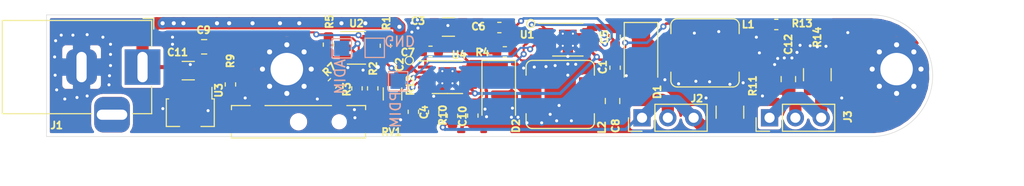
<source format=kicad_pcb>
(kicad_pcb (version 20171130) (host pcbnew 5.1.6-c6e7f7d~87~ubuntu18.04.1)
  (layers (0 F.Cu signal) (31 B.Cu signal) (34 B.Paste user) (35 F.Paste user) (36 B.SilkS user) (37 F.SilkS user) (38 B.Mask user) (39 F.Mask user) (44 Edge.Cuts user))
  (net 0 "")
  (net 1 GND)
  (net 2 "Net-(C5-Pad2)")
  (net 3 "Net-(C5-Pad1)")
  (net 4 "Net-(C6-Pad1)")
  (net 5 "Net-(R4-Pad1)")
  (net 6 /ADIM)
  (net 7 /VIN)
  (net 8 "Net-(C7-Pad2)")
  (net 9 "Net-(C7-Pad1)")
  (net 10 "Net-(C8-Pad1)")
  (net 11 "Net-(C9-Pad1)")
  (net 12 "Net-(C10-Pad1)")
  (net 13 "Net-(C12-Pad1)")
  (net 14 /PDIM)
  (net 15 "Net-(R5-Pad2)")
  (net 16 "Net-(R9-Pad2)")
  (net 17 "Net-(R10-Pad2)")
  (net 18 "Net-(R12-Pad1)")
  (net 19 "Net-(R13-Pad2)")
  (net 20 /UVLO)
  (net 21 "Net-(J2-Pad1)")
  (net 22 "Net-(J3-Pad1)")
  (module TestPoint:TestPoint_Pad_1.5x1.5mm (layer B.Cu) (at 150.3 110.25)
    (fp_text reference TP3 hide)
    (fp_text value TestPoint)
    (pad 1 smd rect (at 0 0) (size 1.5 1.5) (layers B.Cu B.Mask) (net 1 GND))
  )
  (module TestPoint:TestPoint_Pad_1.5x1.5mm (layer B.Cu) (at 147.05 110.3)
    (fp_text reference TP2 hide)
    (fp_text value TestPoint)
    (pad 1 smd rect (at 0 0) (size 1.5 1.5) (layers B.Cu B.Mask) (net 6 /ADIM))
  )
  (module TestPoint:TestPoint_Pad_1.5x1.5mm (layer B.Cu) (at 152.6 113.55)
    (fp_text reference TP1 hide)
    (fp_text value TestPoint)
    (pad 1 smd rect (at 0 0) (size 1.5 1.5) (layers B.Cu B.Mask) (net 14 /PDIM))
  )
  (module Resistor_SMD:R_0603_1608Metric (layer F.Cu) (at 136.1 113.8625 270)
    (fp_text reference R9 (at -2.3125 0 90) (layer F.SilkS) (effects (font (size 0.7 0.7) (thickness 0.2))))
    (fp_text value 17.8k)
    (pad 2 smd roundrect (at 0.7875 0 270) (size 0.875 0.95) (layers F.Cu F.Paste F.Mask) (net 16 "Net-(R9-Pad2)"))
    (pad 1 smd roundrect (at -0.7875 0 270) (size 0.875 0.95) (layers F.Cu F.Paste F.Mask) (net 11 "Net-(C9-Pad1)"))
  )
  (module MountingHole:MountingHole_3.2mm_M3_Pad_Via (layer F.Cu) (at 141.65 112.35)
    (fp_text reference H2 hide)
    (fp_text value MountingHole_Pad)
    (pad 1 thru_hole circle (at 1.697056 -1.697056) (size 0.8 0.8) (drill 0.5) (layers *.Cu *.Mask) (net 1 GND))
    (pad 1 thru_hole circle (at 0 -2.4) (size 0.8 0.8) (drill 0.5) (layers *.Cu *.Mask) (net 1 GND))
    (pad 1 thru_hole circle (at -1.697056 -1.697056) (size 0.8 0.8) (drill 0.5) (layers *.Cu *.Mask) (net 1 GND))
    (pad 1 thru_hole circle (at -2.4 0) (size 0.8 0.8) (drill 0.5) (layers *.Cu *.Mask) (net 1 GND))
    (pad 1 thru_hole circle (at -1.697056 1.697056) (size 0.8 0.8) (drill 0.5) (layers *.Cu *.Mask) (net 1 GND))
    (pad 1 thru_hole circle (at 0 2.4) (size 0.8 0.8) (drill 0.5) (layers *.Cu *.Mask) (net 1 GND))
    (pad 1 thru_hole circle (at 1.697056 1.697056) (size 0.8 0.8) (drill 0.5) (layers *.Cu *.Mask) (net 1 GND))
    (pad 1 thru_hole circle (at 2.4 0) (size 0.8 0.8) (drill 0.5) (layers *.Cu *.Mask) (net 1 GND))
    (pad 1 thru_hole circle (at 0 0) (size 6.4 6.4) (drill 3.2) (layers *.Cu *.Mask) (net 1 GND))
  )
  (module Capacitor_SMD:C_0805_2012Metric (layer F.Cu) (at 191 113.3375 90)
    (fp_text reference C12 (at 3.4375 0 270) (layer F.SilkS) (effects (font (size 0.7 0.7) (thickness 0.2))))
    (fp_text value 10u)
    (pad 2 smd roundrect (at 0.9375 0 90) (size 0.975 1.4) (layers F.Cu F.Paste F.Mask) (net 1 GND))
    (pad 1 smd roundrect (at -0.9375 0 90) (size 0.975 1.4) (layers F.Cu F.Paste F.Mask) (net 13 "Net-(C12-Pad1)"))
  )
  (module MountingHole:MountingHole_3.2mm_M3_Pad_Via (layer F.Cu) (at 201.65 112.35)
    (fp_text reference H1 hide)
    (fp_text value MountingHole_Pad)
    (pad 1 thru_hole circle (at 1.697056 -1.697056) (size 0.8 0.8) (drill 0.5) (layers *.Cu *.Mask) (net 1 GND))
    (pad 1 thru_hole circle (at 0 -2.4) (size 0.8 0.8) (drill 0.5) (layers *.Cu *.Mask) (net 1 GND))
    (pad 1 thru_hole circle (at -1.697056 -1.697056) (size 0.8 0.8) (drill 0.5) (layers *.Cu *.Mask) (net 1 GND))
    (pad 1 thru_hole circle (at -2.4 0) (size 0.8 0.8) (drill 0.5) (layers *.Cu *.Mask) (net 1 GND))
    (pad 1 thru_hole circle (at -1.697056 1.697056) (size 0.8 0.8) (drill 0.5) (layers *.Cu *.Mask) (net 1 GND))
    (pad 1 thru_hole circle (at 0 2.4) (size 0.8 0.8) (drill 0.5) (layers *.Cu *.Mask) (net 1 GND))
    (pad 1 thru_hole circle (at 1.697056 1.697056) (size 0.8 0.8) (drill 0.5) (layers *.Cu *.Mask) (net 1 GND))
    (pad 1 thru_hole circle (at 2.4 0) (size 0.8 0.8) (drill 0.5) (layers *.Cu *.Mask) (net 1 GND))
    (pad 1 thru_hole circle (at 0 0) (size 6.4 6.4) (drill 3.2) (layers *.Cu *.Mask) (net 1 GND))
  )
  (module Resistor_SMD:R_0603_1608Metric (layer F.Cu) (at 157.95 116.9625 90)
    (fp_text reference R10 (at 0.0625 -0.95 90) (layer F.SilkS) (effects (font (size 0.7 0.7) (thickness 0.2))))
    (fp_text value 1k)
    (pad 2 smd roundrect (at 0.7875 0 90) (size 0.875 0.95) (layers F.Cu F.Paste F.Mask) (net 17 "Net-(R10-Pad2)"))
    (pad 1 smd roundrect (at -0.7875 0 90) (size 0.875 0.95) (layers F.Cu F.Paste F.Mask) (net 21 "Net-(J2-Pad1)"))
  )
  (module Package_SO:MSOP-10-1EP_3x3mm_P0.5mm_EP1.73x1.98mm_ThermalVias (layer F.Cu) (at 157.45 113.15)
    (fp_text reference U4 (at 1.15 -2.2) (layer F.SilkS) (effects (font (size 0.7 0.7) (thickness 0.2))))
    (fp_text value TPS92512)
    (pad 11 smd rect (at 0 0) (size 1.5 1.7) (layers B.Cu) (net 1 GND))
    (pad 11 thru_hole circle (at 0.5 0.6) (size 0.5 0.5) (drill 0.2) (layers *.Cu) (net 1 GND))
    (pad 11 thru_hole circle (at -0.5 0.6) (size 0.5 0.5) (drill 0.2) (layers *.Cu) (net 1 GND))
    (pad 11 thru_hole circle (at 0.5 -0.6) (size 0.5 0.5) (drill 0.2) (layers *.Cu) (net 1 GND))
    (pad 11 thru_hole circle (at -0.5 -0.6) (size 0.5 0.5) (drill 0.2) (layers *.Cu) (net 1 GND))
    (pad 11 smd rect (at 0 0) (size 1.73 1.98) (layers F.Cu F.Mask) (net 1 GND))
    (pad 10 smd roundrect (at 2.1625 -1) (size 1.475 0.3) (layers F.Cu F.Paste F.Mask) (net 9 "Net-(C7-Pad1)"))
    (pad 9 smd roundrect (at 2.1625 -0.5) (size 1.475 0.3) (layers F.Cu F.Paste F.Mask) (net 1 GND))
    (pad 8 smd roundrect (at 2.1625 0) (size 1.475 0.3) (layers F.Cu F.Paste F.Mask) (net 12 "Net-(C10-Pad1)"))
    (pad 7 smd roundrect (at 2.1625 0.5) (size 1.475 0.3) (layers F.Cu F.Paste F.Mask) (net 17 "Net-(R10-Pad2)"))
    (pad 6 smd roundrect (at 2.1625 1) (size 1.475 0.3) (layers F.Cu F.Paste F.Mask) (net 6 /ADIM))
    (pad 5 smd roundrect (at -2.1625 1) (size 1.475 0.3) (layers F.Cu F.Paste F.Mask) (net 18 "Net-(R12-Pad1)"))
    (pad 4 smd roundrect (at -2.1625 0.5) (size 1.475 0.3) (layers F.Cu F.Paste F.Mask) (net 14 /PDIM))
    (pad 3 smd roundrect (at -2.1625 0) (size 1.475 0.3) (layers F.Cu F.Paste F.Mask) (net 20 /UVLO))
    (pad 2 smd roundrect (at -2.1625 -0.5) (size 1.475 0.3) (layers F.Cu F.Paste F.Mask) (net 7 /VIN))
    (pad 1 smd roundrect (at -2.1625 -1) (size 1.475 0.3) (layers F.Cu F.Paste F.Mask) (net 8 "Net-(C7-Pad2)"))
  )
  (module Package_TO_SOT_SMD:SOT-89-3 (layer F.Cu) (at 132.15 116.35 270)
    (fp_text reference U3 (at -1.9 -2.8 90) (layer F.SilkS) (effects (font (size 0.7 0.7) (thickness 0.2))))
    (fp_text value L78L05_SOT89)
    (pad 2 smd custom (at -1.5625 0 270) (size 1.475 0.9) (layers F.Cu F.Paste F.Mask) (net 1 GND) (options (clearance outline) (anchor rect)) (primitives (gr_poly (pts (xy 0.7375 -0.8665) (xy 3.8625 -0.8665) (xy 3.8625 0.8665) (xy 0.7375 0.8665)) (width 0))))
    (pad 3 smd rect (at -1.65 1.5 270) (size 1.3 0.9) (layers F.Cu F.Paste F.Mask) (net 7 /VIN))
    (pad 1 smd rect (at -1.65 -1.5 270) (size 1.3 0.9) (layers F.Cu F.Paste F.Mask) (net 11 "Net-(C9-Pad1)"))
  )
  (module Package_TO_SOT_SMD:SOT-23-5 (layer F.Cu) (at 148.5 110.25)
    (fp_text reference U2 (at 0 -2.4) (layer F.SilkS) (effects (font (size 0.7 0.7) (thickness 0.2))))
    (fp_text value LMV331)
    (pad 1 smd rect (at -1.1 -0.95) (size 1.06 0.65) (layers F.Cu F.Paste F.Mask) (net 6 /ADIM))
    (pad 2 smd rect (at -1.1 0) (size 1.06 0.65) (layers F.Cu F.Paste F.Mask) (net 1 GND))
    (pad 3 smd rect (at -1.1 0.95) (size 1.06 0.65) (layers F.Cu F.Paste F.Mask) (net 15 "Net-(R5-Pad2)"))
    (pad 4 smd rect (at 1.1 0.95) (size 1.06 0.65) (layers F.Cu F.Paste F.Mask) (net 14 /PDIM))
    (pad 5 smd rect (at 1.1 -0.95) (size 1.06 0.65) (layers F.Cu F.Paste F.Mask) (net 11 "Net-(C9-Pad1)"))
  )
  (module Resistor_SMD:R_1210_3225Metric (layer F.Cu) (at 193.85 112.9 270)
    (fp_text reference R14 (at -3.7 0 90) (layer F.SilkS) (effects (font (size 0.7 0.7) (thickness 0.2))))
    (fp_text value 0.27R)
    (pad 2 smd roundrect (at 1.4 0 270) (size 1.25 2.65) (layers F.Cu F.Paste F.Mask) (roundrect_rratio 0.2) (net 22 "Net-(J3-Pad1)"))
    (pad 1 smd roundrect (at -1.4 0 270) (size 1.25 2.65) (layers F.Cu F.Paste F.Mask) (roundrect_rratio 0.2) (net 1 GND))
  )
  (module Resistor_SMD:R_0603_1608Metric (layer F.Cu) (at 189.8125 107.95 180)
    (fp_text reference R13 (at -2.5375 0.1) (layer F.SilkS) (effects (font (size 0.7 0.7) (thickness 0.2))))
    (fp_text value 1k)
    (pad 2 smd roundrect (at 0.7875 0 180) (size 0.875 0.95) (layers F.Cu F.Paste F.Mask) (net 19 "Net-(R13-Pad2)"))
    (pad 1 smd roundrect (at -0.7875 0 180) (size 0.875 0.95) (layers F.Cu F.Paste F.Mask) (net 22 "Net-(J3-Pad1)"))
  )
  (module Resistor_SMD:R_0603_1608Metric (layer F.Cu) (at 154.1 116.5625 270)
    (fp_text reference R12 (at -2.6125 0.3 90) (layer F.SilkS) (effects (font (size 0.7 0.7) (thickness 0.2))))
    (fp_text value 200k)
    (pad 2 smd roundrect (at 0.7875 0 270) (size 0.875 0.95) (layers F.Cu F.Paste F.Mask) (net 1 GND))
    (pad 1 smd roundrect (at -0.7875 0 270) (size 0.875 0.95) (layers F.Cu F.Paste F.Mask) (net 18 "Net-(R12-Pad1)"))
  )
  (module Resistor_SMD:R_1210_3225Metric (layer F.Cu) (at 185.25 116.6 270)
    (fp_text reference R11 (at -2.6 -2.25 90) (layer F.SilkS) (effects (font (size 0.7 0.7) (thickness 0.2))))
    (fp_text value 0.27R)
    (pad 2 smd roundrect (at 1.4 0 270) (size 1.25 2.65) (layers F.Cu F.Paste F.Mask) (roundrect_rratio 0.2) (net 21 "Net-(J2-Pad1)"))
    (pad 1 smd roundrect (at -1.4 0 270) (size 1.25 2.65) (layers F.Cu F.Paste F.Mask) (roundrect_rratio 0.2) (net 1 GND))
  )
  (module Resistor_SMD:R_0603_1608Metric (layer F.Cu) (at 146.2 113.75 225)
    (fp_text reference R7 (at -0.707107 1.202082 45) (layer F.SilkS) (effects (font (size 0.7 0.7) (thickness 0.2))))
    (fp_text value 4.02k)
    (pad 2 smd roundrect (at 0.7875 0 225) (size 0.875 0.95) (layers F.Cu F.Paste F.Mask) (net 1 GND))
    (pad 1 smd roundrect (at -0.7875 0 225) (size 0.875 0.95) (layers F.Cu F.Paste F.Mask) (net 15 "Net-(R5-Pad2)"))
  )
  (module Resistor_SMD:R_0603_1608Metric (layer F.Cu) (at 145.75 109.9375 270)
    (fp_text reference R5 (at -2.2625 -0.1 90) (layer F.SilkS) (effects (font (size 0.7 0.7) (thickness 0.2))))
    (fp_text value 182k)
    (pad 2 smd roundrect (at 0.7875 0 270) (size 0.875 0.95) (layers F.Cu F.Paste F.Mask) (net 15 "Net-(R5-Pad2)"))
    (pad 1 smd roundrect (at -0.7875 0 270) (size 0.875 0.95) (layers F.Cu F.Paste F.Mask) (net 11 "Net-(C9-Pad1)"))
  )
  (module Resistor_SMD:R_0603_1608Metric (layer F.Cu) (at 151.35 110.05 90)
    (fp_text reference R1 (at 2.2625 0.1 90) (layer F.SilkS) (effects (font (size 0.7 0.7) (thickness 0.2))))
    (fp_text value 182k)
    (pad 2 smd roundrect (at 0.7875 0 90) (size 0.875 0.95) (layers F.Cu F.Paste F.Mask) (net 11 "Net-(C9-Pad1)"))
    (pad 1 smd roundrect (at -0.7875 0 90) (size 0.875 0.95) (layers F.Cu F.Paste F.Mask) (net 14 /PDIM))
  )
  (module Inductor_SMD:L_Sumida_CDMC6D28_7.25x6.5mm (layer F.Cu) (at 168.55 114.85 180)
    (fp_text reference L2 (at -4.1 -3.25 90) (layer F.SilkS) (effects (font (size 0.7 0.7) (thickness 0.2))))
    (fp_text value L)
    (pad 2 smd rect (at 2.85 0 180) (size 2 3.4) (layers F.Cu F.Paste F.Mask) (net 9 "Net-(C7-Pad1)"))
    (pad 1 smd rect (at -2.85 0 180) (size 2 3.4) (layers F.Cu F.Paste F.Mask) (net 10 "Net-(C8-Pad1)"))
  )
  (module Connector_PinHeader_2.54mm:PinHeader_1x03_P2.54mm_Vertical (layer F.Cu) (at 189.15 117.15 90)
    (fp_text reference J3 (at 0.1 7.7 90) (layer F.SilkS) (effects (font (size 0.7 0.7) (thickness 0.2))))
    (fp_text value Conn_01x03_Male)
    (pad 3 thru_hole oval (at 0 5.08 90) (size 1.7 1.7) (drill 1) (layers *.Cu *.Mask) (net 22 "Net-(J3-Pad1)"))
    (pad 2 thru_hole oval (at 0 2.54 90) (size 1.7 1.7) (drill 1) (layers *.Cu *.Mask) (net 13 "Net-(C12-Pad1)"))
    (pad 1 thru_hole rect (at 0 0 90) (size 1.7 1.7) (drill 1) (layers *.Cu *.Mask) (net 22 "Net-(J3-Pad1)"))
  )
  (module Connector_PinHeader_2.54mm:PinHeader_1x03_P2.54mm_Vertical (layer F.Cu) (at 176.6 117.15 90)
    (fp_text reference J2 (at 1.9 5.4 180) (layer F.SilkS) (effects (font (size 0.7 0.7) (thickness 0.2))))
    (fp_text value Conn_01x03_Male)
    (pad 3 thru_hole oval (at 0 5.08 90) (size 1.7 1.7) (drill 1) (layers *.Cu *.Mask) (net 21 "Net-(J2-Pad1)"))
    (pad 2 thru_hole oval (at 0 2.54 90) (size 1.7 1.7) (drill 1) (layers *.Cu *.Mask) (net 10 "Net-(C8-Pad1)"))
    (pad 1 thru_hole rect (at 0 0 90) (size 1.7 1.7) (drill 1) (layers *.Cu *.Mask) (net 21 "Net-(J2-Pad1)"))
  )
  (module Diode_SMD:D_SMA (layer F.Cu) (at 162.5 114.9 270)
    (fp_text reference D2 (at 3.05 -1.7 90) (layer F.SilkS) (effects (font (size 0.7 0.7) (thickness 0.2))))
    (fp_text value D)
    (pad 2 smd rect (at 2 0 270) (size 2.5 1.8) (layers F.Cu F.Paste F.Mask) (net 1 GND))
    (pad 1 smd rect (at -2 0 270) (size 2.5 1.8) (layers F.Cu F.Paste F.Mask) (net 9 "Net-(C7-Pad1)"))
  )
  (module Capacitor_SMD:C_1206_3216Metric (layer F.Cu) (at 131.95 112.5)
    (fp_text reference C11 (at -1.05 -1.8) (layer F.SilkS) (effects (font (size 0.7 0.7) (thickness 0.2))))
    (fp_text value 22u)
    (pad 2 smd roundrect (at 1.4 0) (size 1.25 1.75) (layers F.Cu F.Paste F.Mask) (roundrect_rratio 0.2) (net 1 GND))
    (pad 1 smd roundrect (at -1.4 0) (size 1.25 1.75) (layers F.Cu F.Paste F.Mask) (roundrect_rratio 0.2) (net 7 /VIN))
  )
  (module Capacitor_SMD:C_0603_1608Metric (layer F.Cu) (at 159.95 116.9375 270)
    (fp_text reference C10 (at 0.0625 1 90) (layer F.SilkS) (effects (font (size 0.7 0.7) (thickness 0.2))))
    (fp_text value 100n)
    (pad 2 smd roundrect (at 0.7875 0 270) (size 0.875 0.95) (layers F.Cu F.Paste F.Mask) (net 1 GND))
    (pad 1 smd roundrect (at -0.7875 0 270) (size 0.875 0.95) (layers F.Cu F.Paste F.Mask) (net 12 "Net-(C10-Pad1)"))
  )
  (module Capacitor_SMD:C_0805_2012Metric (layer F.Cu) (at 133.5125 110.15 180)
    (fp_text reference C9 (at 0.0625 1.65) (layer F.SilkS) (effects (font (size 0.7 0.7) (thickness 0.2))))
    (fp_text value 10u)
    (pad 2 smd roundrect (at 0.9375 0 180) (size 0.975 1.4) (layers F.Cu F.Paste F.Mask) (net 1 GND))
    (pad 1 smd roundrect (at -0.9375 0 180) (size 0.975 1.4) (layers F.Cu F.Paste F.Mask) (net 11 "Net-(C9-Pad1)"))
  )
  (module Capacitor_SMD:C_0805_2012Metric (layer F.Cu) (at 173.7 115.5 90)
    (fp_text reference C8 (at -2.45 0.3 90) (layer F.SilkS) (effects (font (size 0.7 0.7) (thickness 0.2))))
    (fp_text value 10u)
    (pad 2 smd roundrect (at 0.9375 0 90) (size 0.975 1.4) (layers F.Cu F.Paste F.Mask) (net 1 GND))
    (pad 1 smd roundrect (at -0.9375 0 90) (size 0.975 1.4) (layers F.Cu F.Paste F.Mask) (net 10 "Net-(C8-Pad1)"))
  )
  (module Capacitor_SMD:C_0603_1608Metric (layer F.Cu) (at 155.7875 110.6 180)
    (fp_text reference C7 (at 2.2375 -0.1) (layer F.SilkS) (effects (font (size 0.7 0.7) (thickness 0.2))))
    (fp_text value 100n)
    (pad 2 smd roundrect (at 0.7875 0 180) (size 0.875 0.95) (layers F.Cu F.Paste F.Mask) (net 8 "Net-(C7-Pad2)"))
    (pad 1 smd roundrect (at -0.7875 0 180) (size 0.875 0.95) (layers F.Cu F.Paste F.Mask) (net 9 "Net-(C7-Pad1)"))
  )
  (module Capacitor_SMD:C_0603_1608Metric (layer F.Cu) (at 173.95 112.2125 270)
    (fp_text reference C1 (at -0.0625 1.2 90) (layer F.SilkS) (effects (font (size 0.7 0.7) (thickness 0.2))))
    (fp_text value 10n)
    (pad 2 smd roundrect (at 0.7875 0 270) (size 0.875 0.95) (layers F.Cu F.Paste F.Mask) (net 1 GND))
    (pad 1 smd roundrect (at -0.7875 0 270) (size 0.875 0.95) (layers F.Cu F.Paste F.Mask) (net 6 /ADIM))
  )
  (module Package_SO:MSOP-10-1EP_3x3mm_P0.5mm_EP1.73x1.98mm_ThermalVias (layer F.Cu) (at 169.3 109.45)
    (fp_text reference U1 (at -4 -0.5) (layer F.SilkS) (effects (font (size 0.7 0.7) (thickness 0.2))))
    (fp_text value TPS92512)
    (pad 11 smd rect (at 0 0) (size 1.5 1.7) (layers B.Cu) (net 1 GND))
    (pad 11 thru_hole circle (at 0.5 0.6) (size 0.5 0.5) (drill 0.2) (layers *.Cu) (net 1 GND))
    (pad 11 thru_hole circle (at -0.5 0.6) (size 0.5 0.5) (drill 0.2) (layers *.Cu) (net 1 GND))
    (pad 11 thru_hole circle (at 0.5 -0.6) (size 0.5 0.5) (drill 0.2) (layers *.Cu) (net 1 GND))
    (pad 11 thru_hole circle (at -0.5 -0.6) (size 0.5 0.5) (drill 0.2) (layers *.Cu) (net 1 GND))
    (pad 11 smd rect (at 0 0) (size 1.73 1.98) (layers F.Cu F.Mask) (net 1 GND))
    (pad 10 smd roundrect (at 2.1625 -1) (size 1.475 0.3) (layers F.Cu F.Paste F.Mask) (net 3 "Net-(C5-Pad1)"))
    (pad 9 smd roundrect (at 2.1625 -0.5) (size 1.475 0.3) (layers F.Cu F.Paste F.Mask) (net 1 GND))
    (pad 8 smd roundrect (at 2.1625 0) (size 1.475 0.3) (layers F.Cu F.Paste F.Mask) (net 4 "Net-(C6-Pad1)"))
    (pad 7 smd roundrect (at 2.1625 0.5) (size 1.475 0.3) (layers F.Cu F.Paste F.Mask) (net 19 "Net-(R13-Pad2)"))
    (pad 6 smd roundrect (at 2.1625 1) (size 1.475 0.3) (layers F.Cu F.Paste F.Mask) (net 6 /ADIM))
    (pad 5 smd roundrect (at -2.1625 1) (size 1.475 0.3) (layers F.Cu F.Paste F.Mask) (net 5 "Net-(R4-Pad1)"))
    (pad 4 smd roundrect (at -2.1625 0.5) (size 1.475 0.3) (layers F.Cu F.Paste F.Mask) (net 14 /PDIM))
    (pad 3 smd roundrect (at -2.1625 0) (size 1.475 0.3) (layers F.Cu F.Paste F.Mask) (net 20 /UVLO))
    (pad 2 smd roundrect (at -2.1625 -0.5) (size 1.475 0.3) (layers F.Cu F.Paste F.Mask) (net 7 /VIN))
    (pad 1 smd roundrect (at -2.1625 -1) (size 1.475 0.3) (layers F.Cu F.Paste F.Mask) (net 2 "Net-(C5-Pad2)"))
  )
  (module corelib:ALPS-RS08U (layer F.Cu) (at 142.8 117.55 180)
    (fp_text reference RV1 (at -9.15 -1) (layer F.SilkS) (effects (font (size 0.7 0.7) (thickness 0.2))))
    (fp_text value R_POT)
    (pad "" smd roundrect (at 4 1.95 180) (size 1.1 1.1) (layers F.Cu F.Paste F.Mask))
    (pad "" smd roundrect (at -4 1.95 180) (size 1.1 1.1) (layers F.Cu F.Paste F.Mask))
    (pad "" smd roundrect (at 7.1 -0.6 180) (size 1.6 0.9) (layers F.Cu F.Paste F.Mask))
    (pad 3 smd roundrect (at 7.1 0.6 180) (size 1.6 0.9) (layers F.Cu F.Paste F.Mask) (net 16 "Net-(R9-Pad2)"))
    (pad 2 smd roundrect (at -7.1 -0.6 180) (size 1.6 0.9) (layers F.Cu F.Paste F.Mask) (net 6 /ADIM))
    (pad 1 smd roundrect (at -7.1 0.6 180) (size 1.6 0.9) (layers F.Cu F.Paste F.Mask) (net 1 GND))
    (pad "" np_thru_hole circle (at -4 0 180) (size 0.9 0.9) (drill 0.9) (layers *.Cu *.Mask))
    (pad "" np_thru_hole circle (at 0 0 180) (size 1.1 1.1) (drill 1.1) (layers *.Cu *.Mask))
  )
  (module Resistor_SMD:R_0603_1608Metric (layer F.Cu) (at 163.1 110.65 180)
    (fp_text reference R4 (at 2.2 -0.05) (layer F.SilkS) (effects (font (size 0.7 0.7) (thickness 0.2))))
    (fp_text value 200k)
    (pad 2 smd roundrect (at 0.7875 0 180) (size 0.875 0.95) (layers F.Cu F.Paste F.Mask) (net 1 GND))
    (pad 1 smd roundrect (at -0.7875 0 180) (size 0.875 0.95) (layers F.Cu F.Paste F.Mask) (net 5 "Net-(R4-Pad1)"))
  )
  (module Resistor_SMD:R_0603_1608Metric (layer F.Cu) (at 148.55 114.25 90)
    (fp_text reference R3 (at -0.1 -1 90) (layer F.SilkS) (effects (font (size 0.7 0.7) (thickness 0.2))))
    (fp_text value 21k)
    (pad 2 smd roundrect (at 0.7875 0 90) (size 0.875 0.95) (layers F.Cu F.Paste F.Mask) (net 1 GND))
    (pad 1 smd roundrect (at -0.7875 0 90) (size 0.875 0.95) (layers F.Cu F.Paste F.Mask) (net 20 /UVLO))
  )
  (module Resistor_SMD:R_0603_1608Metric (layer F.Cu) (at 150.1 114.25 270)
    (fp_text reference R2 (at -1.95 -0.05 90) (layer F.SilkS) (effects (font (size 0.7 0.7) (thickness 0.2))))
    (fp_text value 182k)
    (pad 2 smd roundrect (at 0.7875 0 270) (size 0.875 0.95) (layers F.Cu F.Paste F.Mask) (net 20 /UVLO))
    (pad 1 smd roundrect (at -0.7875 0 270) (size 0.875 0.95) (layers F.Cu F.Paste F.Mask) (net 7 /VIN))
  )
  (module Inductor_SMD:L_Sumida_CDMC6D28_7.25x6.5mm (layer F.Cu) (at 182.8 110.75 180)
    (fp_text reference L1 (at -4.25 2.8) (layer F.SilkS) (effects (font (size 0.7 0.7) (thickness 0.2))))
    (fp_text value L)
    (pad 2 smd rect (at 2.85 0 180) (size 2 3.4) (layers F.Cu F.Paste F.Mask) (net 3 "Net-(C5-Pad1)"))
    (pad 1 smd rect (at -2.85 0 180) (size 2 3.4) (layers F.Cu F.Paste F.Mask) (net 13 "Net-(C12-Pad1)"))
  )
  (module Connector_BarrelJack:BarrelJack_Horizontal (layer F.Cu) (at 127.45 112.15)
    (fp_text reference J1 (at -8.45 5.75) (layer F.SilkS) (effects (font (size 0.7 0.7) (thickness 0.2))))
    (fp_text value Barrel_Jack)
    (pad 3 thru_hole roundrect (at -3 4.7) (size 3.5 3.5) (drill oval 3 1) (layers *.Cu *.Mask))
    (pad 2 thru_hole roundrect (at -6 0) (size 3 3.5) (drill oval 1 3) (layers *.Cu *.Mask) (net 1 GND))
    (pad 1 thru_hole rect (at 0 0) (size 3.5 3.5) (drill oval 1 3) (layers *.Cu *.Mask) (net 7 /VIN))
  )
  (module Diode_SMD:D_SMA (layer F.Cu) (at 176.5 111.15 270)
    (fp_text reference D1 (at 3.45 -1.6 90) (layer F.SilkS) (effects (font (size 0.7 0.7) (thickness 0.2))))
    (fp_text value D)
    (pad 2 smd rect (at 2 0 270) (size 2.5 1.8) (layers F.Cu F.Paste F.Mask) (net 1 GND))
    (pad 1 smd rect (at -2 0 270) (size 2.5 1.8) (layers F.Cu F.Paste F.Mask) (net 3 "Net-(C5-Pad1)"))
  )
  (module Capacitor_SMD:C_0603_1608Metric (layer F.Cu) (at 162.5625 108.25 180)
    (fp_text reference C6 (at 2.0625 0.1) (layer F.SilkS) (effects (font (size 0.7 0.7) (thickness 0.2))))
    (fp_text value 100n)
    (pad 2 smd roundrect (at 0.7875 0 180) (size 0.875 0.95) (layers F.Cu F.Paste F.Mask) (net 1 GND))
    (pad 1 smd roundrect (at -0.7875 0 180) (size 0.875 0.95) (layers F.Cu F.Paste F.Mask) (net 4 "Net-(C6-Pad1)"))
  )
  (module Capacitor_SMD:C_0603_1608Metric (layer F.Cu) (at 173.95 109.15 270)
    (fp_text reference C5 (at 0.05 1.05 270) (layer F.SilkS) (effects (font (size 0.7 0.7) (thickness 0.2))))
    (fp_text value 100n)
    (pad 2 smd roundrect (at 0.7875 0 270) (size 0.875 0.95) (layers F.Cu F.Paste F.Mask) (net 2 "Net-(C5-Pad2)"))
    (pad 1 smd roundrect (at -0.7875 0 270) (size 0.875 0.95) (layers F.Cu F.Paste F.Mask) (net 3 "Net-(C5-Pad1)"))
  )
  (module Capacitor_SMD:C_0603_1608Metric (layer F.Cu) (at 156.1 116.5875 90)
    (fp_text reference C4 (at -0.0125 -0.95 90) (layer F.SilkS) (effects (font (size 0.7 0.7) (thickness 0.2))))
    (fp_text value 10n)
    (pad 2 smd roundrect (at 0.7875 0 90) (size 0.875 0.95) (layers F.Cu F.Paste F.Mask) (net 1 GND))
    (pad 1 smd roundrect (at -0.7875 0 90) (size 0.875 0.95) (layers F.Cu F.Paste F.Mask) (net 6 /ADIM))
  )
  (module Capacitor_SMD:C_1206_3216Metric (layer F.Cu) (at 157.55 108.2 180)
    (fp_text reference C3 (at 3 0.6) (layer F.SilkS) (effects (font (size 0.7 0.7) (thickness 0.2))))
    (fp_text value 22u)
    (pad 2 smd roundrect (at 1.4 0 180) (size 1.25 1.75) (layers F.Cu F.Paste F.Mask) (roundrect_rratio 0.2) (net 1 GND))
    (pad 1 smd roundrect (at -1.4 0 180) (size 1.25 1.75) (layers F.Cu F.Paste F.Mask) (roundrect_rratio 0.2) (net 7 /VIN))
  )
  (module Capacitor_SMD:C_1206_3216Metric (layer F.Cu) (at 152.05 114.8 270)
    (fp_text reference C2 (at -2.9 -0.7 90) (layer F.SilkS) (effects (font (size 0.7 0.7) (thickness 0.2))))
    (fp_text value 22u)
    (pad 2 smd roundrect (at 1.4 0 270) (size 1.25 1.75) (layers F.Cu F.Paste F.Mask) (roundrect_rratio 0.2) (net 1 GND))
    (pad 1 smd roundrect (at -1.4 0 270) (size 1.25 1.75) (layers F.Cu F.Paste F.Mask) (roundrect_rratio 0.2) (net 7 /VIN))
  )
  (gr_text GND (at 152.75 109.55 180) (layer B.SilkS) (effects (font (size 1 1)) (justify mirror)))
  (gr_text PDIM (at 152.35 116.35 90) (layer B.SilkS) (effects (font (size 1 1)) (justify mirror)))
  (gr_text ADIM (at 146.9 113.1 90) (layer B.SilkS) (effects (font (size 1 1)) (justify mirror)))
  (gr_circle (center 153.7 111.5) (end 154.1 111.55) (layer F.SilkS) (width 0.12))
  (gr_circle (center 165.65 107.85) (end 166.05 107.85) (layer F.SilkS) (width 0.12))
  (gr_arc (start 199.2 113) (end 199.2 119) (angle -180) (layer Edge.Cuts) (width 0.05))
  (gr_line (start 199.2 107) (end 118 107) (layer Edge.Cuts) (width 0.05))
  (gr_line (start 118 119) (end 199.2 119) (layer Edge.Cuts) (width 0.05))
  (gr_line (start 118 107) (end 118 119) (layer Edge.Cuts) (width 0.05))
  (segment (start 169.8 108.95) (end 169.3 109.45) (width 0.3) (layer F.Cu) (net 1))
  (segment (start 171.4625 108.95) (end 169.8 108.95) (width 0.3) (layer F.Cu) (net 1))
  (segment (start 169.3 109.45) (end 169.3 111.1) (width 1) (layer F.Cu) (net 1))
  (segment (start 170.6 112.4) (end 170.65 112.4) (width 1) (layer F.Cu) (net 1))
  (segment (start 169.3 111.1) (end 170.075 111.875) (width 1) (layer F.Cu) (net 1))
  (segment (start 162.5 117.5) (end 162.725 117.725) (width 1) (layer F.Cu) (net 1))
  (segment (start 162.5 116.9) (end 162.5 117.5) (width 1) (layer F.Cu) (net 1))
  (segment (start 176.35 113) (end 176.5 113.15) (width 1) (layer F.Cu) (net 1))
  (segment (start 173.25 113) (end 175.05 113) (width 1) (layer F.Cu) (net 1))
  (segment (start 172.599999 112.349999) (end 173.25 113) (width 1) (layer F.Cu) (net 1))
  (segment (start 170.6 112.4) (end 170.650001 112.349999) (width 1) (layer F.Cu) (net 1))
  (segment (start 170.650001 112.349999) (end 172.350001 112.349999) (width 1) (layer F.Cu) (net 1))
  (segment (start 152.05 116.2) (end 152.05 116.55) (width 0.8) (layer F.Cu) (net 1))
  (segment (start 152.85 117.35) (end 152.85 117.35) (width 0.8) (layer F.Cu) (net 1))
  (segment (start 152.05 116.55) (end 152.85 117.35) (width 0.8) (layer F.Cu) (net 1))
  (segment (start 156.042096 115.8) (end 156.1 115.8) (width 0.8) (layer F.Cu) (net 1))
  (segment (start 154.492096 117.35) (end 156.042096 115.8) (width 0.8) (layer F.Cu) (net 1))
  (segment (start 154.1 117.35) (end 154.492096 117.35) (width 0.8) (layer F.Cu) (net 1))
  (segment (start 157.45 113.67961) (end 157.45 113.15) (width 0.8) (layer F.Cu) (net 1))
  (segment (start 156.1 115.02961) (end 157.45 113.67961) (width 0.8) (layer F.Cu) (net 1))
  (segment (start 156.1 115.8) (end 156.1 115.02961) (width 0.8) (layer F.Cu) (net 1))
  (segment (start 162.725 117.725) (end 161.025 117.725) (width 1) (layer F.Cu) (net 1))
  (segment (start 161.025 117.725) (end 159.95 117.725) (width 1) (layer F.Cu) (net 1))
  (segment (start 161.3 117.45) (end 161.3 117.05) (width 0.2) (layer F.Cu) (net 1))
  (via (at 161.3 117.05) (size 0.6) (drill 0.3) (layers F.Cu B.Cu) (net 1))
  (segment (start 161.025 117.725) (end 161.3 117.45) (width 0.2) (layer F.Cu) (net 1))
  (via (at 163.75 117.1) (size 0.6) (drill 0.3) (layers F.Cu B.Cu) (net 1))
  (segment (start 164.375 117.725) (end 163.75 117.1) (width 0.2) (layer F.Cu) (net 1))
  (segment (start 164.625 117.725) (end 164.375 117.725) (width 0.2) (layer F.Cu) (net 1))
  (segment (start 164.625 117.725) (end 162.725 117.725) (width 1) (layer F.Cu) (net 1))
  (via (at 164.4 117.1) (size 0.6) (drill 0.3) (layers F.Cu B.Cu) (net 1))
  (segment (start 164.625 117.725) (end 164.625 117.325) (width 0.2) (layer F.Cu) (net 1))
  (segment (start 164.625 117.325) (end 164.4 117.1) (width 0.2) (layer F.Cu) (net 1))
  (via (at 161.15 116.3) (size 0.6) (drill 0.3) (layers F.Cu B.Cu) (net 1))
  (segment (start 162.5 116.9) (end 161.75 116.9) (width 0.2) (layer F.Cu) (net 1))
  (segment (start 161.75 116.9) (end 161.15 116.3) (width 0.2) (layer F.Cu) (net 1))
  (via (at 163.85 116.2) (size 0.6) (drill 0.3) (layers F.Cu B.Cu) (net 1))
  (segment (start 162.5 116.9) (end 163.15 116.9) (width 0.2) (layer F.Cu) (net 1))
  (segment (start 163.15 116.9) (end 163.85 116.2) (width 0.2) (layer F.Cu) (net 1))
  (via (at 160.6 108) (size 0.6) (drill 0.3) (layers F.Cu B.Cu) (net 1))
  (segment (start 161.775 108.25) (end 160.85 108.25) (width 0.2) (layer F.Cu) (net 1))
  (segment (start 160.85 108.25) (end 160.6 108) (width 0.2) (layer F.Cu) (net 1))
  (segment (start 158.05 112.65) (end 157.95 112.55) (width 0.2) (layer F.Cu) (net 1))
  (segment (start 158.05 112.65) (end 156.95 113.75) (width 0.2) (layer F.Cu) (net 1))
  (segment (start 159.6125 112.65) (end 158.05 112.65) (width 0.3) (layer F.Cu) (net 1))
  (segment (start 132.15 113.7) (end 133.35 112.5) (width 0.4) (layer F.Cu) (net 1))
  (segment (start 132.15 114.7875) (end 132.15 113.7) (width 0.4) (layer F.Cu) (net 1))
  (via (at 154.55 108.3) (size 0.6) (drill 0.3) (layers F.Cu B.Cu) (net 1))
  (via (at 154.5 107.5) (size 0.6) (drill 0.3) (layers F.Cu B.Cu) (net 1))
  (via (at 153.95 108.7) (size 0.6) (drill 0.3) (layers F.Cu B.Cu) (net 1))
  (via (at 153.95 107.8) (size 0.6) (drill 0.3) (layers F.Cu B.Cu) (net 1))
  (via (at 157.5 108.05) (size 0.6) (drill 0.3) (layers F.Cu B.Cu) (net 1))
  (via (at 164.95 112.25) (size 0.6) (drill 0.3) (layers F.Cu B.Cu) (net 1))
  (via (at 166 112.15) (size 0.6) (drill 0.3) (layers F.Cu B.Cu) (net 1))
  (via (at 167.15 112.1) (size 0.6) (drill 0.3) (layers F.Cu B.Cu) (net 1))
  (via (at 168.05 112) (size 0.6) (drill 0.3) (layers F.Cu B.Cu) (net 1))
  (via (at 181.75 108.8) (size 0.6) (drill 0.3) (layers F.Cu B.Cu) (net 1))
  (via (at 184.15 108.65) (size 0.6) (drill 0.3) (layers F.Cu B.Cu) (net 1))
  (via (at 180.2 113.8) (size 0.6) (drill 0.3) (layers F.Cu B.Cu) (net 1))
  (via (at 185.25 113.85) (size 0.6) (drill 0.3) (layers F.Cu B.Cu) (net 1))
  (via (at 178.85 113.4) (size 0.6) (drill 0.3) (layers F.Cu B.Cu) (net 1))
  (via (at 169.65 117.45) (size 0.6) (drill 0.3) (layers F.Cu B.Cu) (net 1))
  (via (at 148.3 116.35) (size 0.6) (drill 0.3) (layers F.Cu B.Cu) (net 1))
  (via (at 148.35 117.15) (size 0.6) (drill 0.3) (layers F.Cu B.Cu) (net 1))
  (segment (start 152.85 117.35) (end 154.1 117.35) (width 0.8) (layer F.Cu) (net 1))
  (via (at 152.85 117.35) (size 0.6) (drill 0.3) (layers F.Cu B.Cu) (net 1))
  (segment (start 156.1 115.02961) (end 156.1 115.02961) (width 0.8) (layer F.Cu) (net 1))
  (via (at 156.1 115.02961) (size 0.6) (drill 0.3) (layers F.Cu B.Cu) (net 1))
  (via (at 124.15 113.9) (size 0.6) (drill 0.3) (layers F.Cu B.Cu) (net 1))
  (via (at 124.2 113) (size 0.6) (drill 0.3) (layers F.Cu B.Cu) (net 1))
  (via (at 124.3 112) (size 0.6) (drill 0.3) (layers F.Cu B.Cu) (net 1))
  (via (at 124.3 110.9) (size 0.6) (drill 0.3) (layers F.Cu B.Cu) (net 1))
  (via (at 124.3 109.9) (size 0.6) (drill 0.3) (layers F.Cu B.Cu) (net 1))
  (via (at 123.55 109.2) (size 0.6) (drill 0.3) (layers F.Cu B.Cu) (net 1))
  (via (at 122 108.95) (size 0.6) (drill 0.3) (layers F.Cu B.Cu) (net 1))
  (via (at 120.6 109) (size 0.6) (drill 0.3) (layers F.Cu B.Cu) (net 1))
  (via (at 119.45 109) (size 0.6) (drill 0.3) (layers F.Cu B.Cu) (net 1))
  (via (at 118.9 109.55) (size 0.6) (drill 0.3) (layers F.Cu B.Cu) (net 1))
  (via (at 118.8 111.15) (size 0.6) (drill 0.3) (layers F.Cu B.Cu) (net 1))
  (via (at 118.85 112.95) (size 0.6) (drill 0.3) (layers F.Cu B.Cu) (net 1))
  (via (at 119 114.4) (size 0.6) (drill 0.3) (layers F.Cu B.Cu) (net 1))
  (via (at 119.8 115.3) (size 0.6) (drill 0.3) (layers F.Cu B.Cu) (net 1))
  (via (at 121 115.15) (size 0.6) (drill 0.3) (layers F.Cu B.Cu) (net 1))
  (via (at 122 115) (size 0.6) (drill 0.3) (layers F.Cu B.Cu) (net 1))
  (via (at 129.45 116.25) (size 0.6) (drill 0.3) (layers F.Cu B.Cu) (net 1))
  (via (at 133.9 116.45) (size 0.6) (drill 0.3) (layers F.Cu B.Cu) (net 1))
  (via (at 137.55 115.2) (size 0.6) (drill 0.3) (layers F.Cu B.Cu) (net 1))
  (via (at 132.15 111.9) (size 0.6) (drill 0.3) (layers F.Cu B.Cu) (net 1))
  (via (at 130.4 109.2) (size 0.6) (drill 0.3) (layers F.Cu B.Cu) (net 1))
  (via (at 144.65 115.3) (size 0.6) (drill 0.3) (layers F.Cu B.Cu) (net 1))
  (segment (start 166.725 117.725) (end 166.725 117.725) (width 1) (layer F.Cu) (net 1))
  (via (at 168.2 117.45) (size 0.6) (drill 0.3) (layers F.Cu B.Cu) (net 1))
  (segment (start 173.7 113.25) (end 173.95 113) (width 1.2) (layer F.Cu) (net 1))
  (segment (start 173.7 114.5625) (end 173.7 113.25) (width 1.2) (layer F.Cu) (net 1))
  (segment (start 176.5 113.15) (end 177 113.65) (width 1.2) (layer F.Cu) (net 1))
  (segment (start 177 113.65) (end 179.95 113.65) (width 1.2) (layer F.Cu) (net 1))
  (segment (start 181.5 115.2) (end 182.9 115.2) (width 1.2) (layer F.Cu) (net 1))
  (segment (start 179.95 113.65) (end 181.5 115.2) (width 1.2) (layer F.Cu) (net 1))
  (via (at 165.275 117.64999) (size 0.6) (drill 0.3) (layers F.Cu B.Cu) (net 1))
  (segment (start 169.3 115.07499) (end 168.437495 115.937495) (width 1) (layer F.Cu) (net 1))
  (segment (start 164.625 117.725) (end 165.19999 117.725) (width 1) (layer F.Cu) (net 1))
  (segment (start 169.3 109.45) (end 169.3 111.85) (width 1) (layer F.Cu) (net 1))
  (via (at 166.725 117.64999) (size 0.6) (drill 0.3) (layers F.Cu B.Cu) (net 1))
  (segment (start 165.19999 117.725) (end 165.275 117.64999) (width 1) (layer F.Cu) (net 1))
  (segment (start 166.725 117.64999) (end 165.275 117.64999) (width 1) (layer F.Cu) (net 1))
  (via (at 194.7 110.1) (size 0.6) (drill 0.3) (layers F.Cu B.Cu) (net 1))
  (via (at 193.15 110.05) (size 0.6) (drill 0.3) (layers F.Cu B.Cu) (net 1))
  (via (at 192.15 110) (size 0.6) (drill 0.3) (layers F.Cu B.Cu) (net 1))
  (via (at 193.85 110.15) (size 0.6) (drill 0.3) (layers F.Cu B.Cu) (net 1))
  (via (at 191.85 110.7) (size 0.6) (drill 0.3) (layers F.Cu B.Cu) (net 1))
  (via (at 191.35 111.25) (size 0.6) (drill 0.3) (layers F.Cu B.Cu) (net 1))
  (via (at 190.6 111.25) (size 0.6) (drill 0.3) (layers F.Cu B.Cu) (net 1))
  (via (at 189.95 111.3) (size 0.6) (drill 0.3) (layers F.Cu B.Cu) (net 1))
  (via (at 189.65 111.9) (size 0.6) (drill 0.3) (layers F.Cu B.Cu) (net 1))
  (via (at 181.9 113.55) (size 0.6) (drill 0.3) (layers F.Cu B.Cu) (net 1))
  (via (at 183.25 113.6) (size 0.6) (drill 0.3) (layers F.Cu B.Cu) (net 1))
  (via (at 186.55 113.7) (size 0.6) (drill 0.3) (layers F.Cu B.Cu) (net 1))
  (via (at 188.45 115) (size 0.6) (drill 0.3) (layers F.Cu B.Cu) (net 1))
  (via (at 188.15 110.75) (size 0.6) (drill 0.3) (layers F.Cu B.Cu) (net 1))
  (via (at 187.85 109.2) (size 0.6) (drill 0.3) (layers F.Cu B.Cu) (net 1))
  (segment (start 175.05 113) (end 176.35 113) (width 1) (layer F.Cu) (net 1))
  (via (at 175.05 113) (size 0.6) (drill 0.3) (layers F.Cu B.Cu) (net 1))
  (segment (start 172.350001 112.349999) (end 172.599999 112.349999) (width 1) (layer F.Cu) (net 1))
  (via (at 172.350001 112.349999) (size 0.6) (drill 0.3) (layers F.Cu B.Cu) (net 1))
  (segment (start 170.075 111.875) (end 170.6 112.4) (width 1) (layer F.Cu) (net 1))
  (via (at 170.075 111.875) (size 0.6) (drill 0.3) (layers F.Cu B.Cu) (net 1))
  (segment (start 169.3 111.85) (end 169.3 112.95) (width 1) (layer F.Cu) (net 1))
  (via (at 169.3 111.85) (size 0.6) (drill 0.3) (layers F.Cu B.Cu) (net 1))
  (segment (start 169.3 111.1) (end 169.3 111.1) (width 1) (layer F.Cu) (net 1))
  (via (at 169.3 111.1) (size 0.6) (drill 0.3) (layers F.Cu B.Cu) (net 1))
  (segment (start 167.562495 116.812495) (end 166.725 117.64999) (width 1) (layer F.Cu) (net 1))
  (via (at 167.562495 116.812495) (size 0.6) (drill 0.3) (layers F.Cu B.Cu) (net 1))
  (segment (start 168.437495 115.937495) (end 167.562495 116.812495) (width 1) (layer F.Cu) (net 1))
  (via (at 168.437495 115.937495) (size 0.6) (drill 0.3) (layers F.Cu B.Cu) (net 1))
  (segment (start 169.3 112.95) (end 169.3 115.07499) (width 1) (layer F.Cu) (net 1))
  (via (at 169.3 112.95) (size 0.6) (drill 0.3) (layers F.Cu B.Cu) (net 1))
  (segment (start 182.9 115.2) (end 185.25 115.2) (width 1.2) (layer F.Cu) (net 1))
  (via (at 182.9 115.2) (size 0.6) (drill 0.3) (layers F.Cu B.Cu) (net 1))
  (via (at 196.85 108.75) (size 0.6) (drill 0.3) (layers F.Cu B.Cu) (net 1))
  (via (at 196.25 115.2) (size 0.6) (drill 0.3) (layers F.Cu B.Cu) (net 1))
  (via (at 130.4 109.9) (size 0.6) (drill 0.3) (layers F.Cu B.Cu) (net 1))
  (segment (start 160.455402 110.100002) (end 160.855132 110.499732) (width 0.2) (layer B.Cu) (net 1))
  (via (at 160.855132 110.499732) (size 0.6) (drill 0.3) (layers F.Cu B.Cu) (net 1))
  (segment (start 161.0054 110.65) (end 160.855132 110.499732) (width 0.2) (layer F.Cu) (net 1))
  (segment (start 162.3125 110.65) (end 161.0054 110.65) (width 0.2) (layer F.Cu) (net 1))
  (segment (start 160.349998 110.100002) (end 160.455402 110.100002) (width 0.2) (layer B.Cu) (net 1))
  (segment (start 144.01251 109.98749) (end 143.347056 110.652944) (width 0.2) (layer F.Cu) (net 1))
  (segment (start 147.13749 109.98749) (end 144.01251 109.98749) (width 0.2) (layer F.Cu) (net 1))
  (segment (start 147.4 110.25) (end 147.13749 109.98749) (width 0.2) (layer F.Cu) (net 1))
  (via (at 149.15 112.45) (size 0.6) (drill 0.3) (layers F.Cu B.Cu) (net 1))
  (segment (start 148.55 113.4625) (end 148.55 113.05) (width 0.2) (layer F.Cu) (net 1))
  (segment (start 148.55 113.05) (end 149.15 112.45) (width 0.2) (layer F.Cu) (net 1))
  (via (at 150.6 112.15) (size 0.8) (drill 0.4) (layers F.Cu B.Cu) (net 1))
  (segment (start 147.4 110.25) (end 147.890002 110.25) (width 0.25) (layer F.Cu) (net 1))
  (segment (start 147.890002 110.25) (end 148.300001 110.659999) (width 0.25) (layer F.Cu) (net 1))
  (segment (start 148.255001 111.785001) (end 147.840002 112.2) (width 0.25) (layer F.Cu) (net 1))
  (segment (start 148.255001 110.704999) (end 148.255001 111.785001) (width 0.25) (layer F.Cu) (net 1))
  (segment (start 148.300001 110.659999) (end 148.255001 110.704999) (width 0.25) (layer F.Cu) (net 1))
  (via (at 147.65 112.2) (size 0.6) (drill 0.3) (layers F.Cu B.Cu) (net 1))
  (segment (start 147.840002 112.2) (end 147.65 112.2) (width 0.25) (layer F.Cu) (net 1))
  (via (at 172.9 109) (size 0.6) (drill 0.3) (layers F.Cu B.Cu) (net 2))
  (segment (start 173.95 109.625736) (end 173.324264 109) (width 0.25) (layer F.Cu) (net 2))
  (segment (start 173.95 109.9375) (end 173.95 109.625736) (width 0.25) (layer F.Cu) (net 2))
  (segment (start 173.324264 109) (end 172.9 109) (width 0.25) (layer F.Cu) (net 2))
  (via (at 165.75 107.975022) (size 0.6) (drill 0.3) (layers F.Cu B.Cu) (net 2))
  (segment (start 166.662522 107.975022) (end 165.75 107.975022) (width 0.25) (layer F.Cu) (net 2))
  (segment (start 171.875022 107.975022) (end 165.75 107.975022) (width 0.25) (layer B.Cu) (net 2))
  (segment (start 167.1375 108.45) (end 166.662522 107.975022) (width 0.25) (layer F.Cu) (net 2))
  (segment (start 172.9 109) (end 171.875022 107.975022) (width 0.25) (layer B.Cu) (net 2))
  (segment (start 178.35 111) (end 176.5 109.15) (width 1.2) (layer F.Cu) (net 3))
  (segment (start 179.95 111) (end 178.35 111) (width 1.2) (layer F.Cu) (net 3))
  (segment (start 176.5 109.15) (end 176.2 109.15) (width 1.2) (layer F.Cu) (net 3))
  (segment (start 176.2 109.15) (end 175.4 108.35) (width 1.2) (layer F.Cu) (net 3))
  (segment (start 175.4 108.35) (end 174.55461 108.35) (width 0.8) (layer F.Cu) (net 3))
  (segment (start 171.4625 108.45) (end 171.4625 108.2875) (width 0.25) (layer F.Cu) (net 3))
  (segment (start 171.4625 108.2875) (end 171.55 108.2) (width 0.6) (layer F.Cu) (net 3))
  (segment (start 173.7875 108.2) (end 173.95 108.3625) (width 0.8) (layer F.Cu) (net 3))
  (segment (start 171.55 108.2) (end 173.7875 108.2) (width 0.6) (layer F.Cu) (net 3))
  (segment (start 174.54211 108.3625) (end 174.55461 108.35) (width 0.25) (layer F.Cu) (net 3))
  (segment (start 173.95 108.3625) (end 174.54211 108.3625) (width 0.25) (layer F.Cu) (net 3))
  (segment (start 172.361996 109.45) (end 172.742019 109.830023) (width 0.2) (layer F.Cu) (net 4))
  (segment (start 172.742019 109.830023) (end 172.958913 109.830023) (width 0.2) (layer F.Cu) (net 4))
  (segment (start 171.4625 109.45) (end 172.361996 109.45) (width 0.2) (layer F.Cu) (net 4))
  (via (at 172.958913 109.830023) (size 0.6) (drill 0.3) (layers F.Cu B.Cu) (net 4))
  (segment (start 163.35 108.25) (end 164.05 108.25) (width 0.25) (layer F.Cu) (net 4))
  (segment (start 164.05 108.25) (end 164.7 107.6) (width 0.25) (layer F.Cu) (net 4))
  (via (at 164.7 107.6) (size 0.6) (drill 0.3) (layers F.Cu B.Cu) (net 4))
  (segment (start 172.958913 109.830023) (end 173.6 109.188936) (width 0.25) (layer B.Cu) (net 4))
  (segment (start 172.20001 107.35001) (end 164.94999 107.35001) (width 0.25) (layer B.Cu) (net 4))
  (segment (start 173.6 108.75) (end 172.20001 107.35001) (width 0.25) (layer B.Cu) (net 4))
  (segment (start 173.6 109.188936) (end 173.6 108.75) (width 0.25) (layer B.Cu) (net 4))
  (segment (start 164.94999 107.35001) (end 164.7 107.6) (width 0.25) (layer B.Cu) (net 4))
  (segment (start 166.574733 111.012767) (end 165.687233 111.012767) (width 0.2) (layer F.Cu) (net 5))
  (segment (start 167.1375 110.45) (end 166.574733 111.012767) (width 0.2) (layer F.Cu) (net 5))
  (segment (start 165.687233 111.012767) (end 165.2 111.5) (width 0.2) (layer F.Cu) (net 5))
  (segment (start 164.7375 111.5) (end 163.8875 110.65) (width 0.2) (layer F.Cu) (net 5))
  (segment (start 165.2 111.5) (end 164.7375 111.5) (width 0.2) (layer F.Cu) (net 5))
  (via (at 172.15 111.15) (size 0.6) (drill 0.3) (layers F.Cu B.Cu) (net 6))
  (segment (start 171.4625 110.45) (end 171.4625 110.4625) (width 0.3) (layer F.Cu) (net 6))
  (segment (start 171.4625 110.4625) (end 172.15 111.15) (width 0.3) (layer F.Cu) (net 6))
  (segment (start 172.425 111.425) (end 172.15 111.15) (width 0.25) (layer F.Cu) (net 6))
  (segment (start 173.95 111.425) (end 172.425 111.425) (width 0.25) (layer F.Cu) (net 6))
  (segment (start 151.9 118.4) (end 155.075 118.4) (width 0.2) (layer F.Cu) (net 6))
  (segment (start 149.9 118.15) (end 151.65 118.15) (width 0.2) (layer F.Cu) (net 6))
  (segment (start 155.075 118.4) (end 156.1 117.375) (width 0.2) (layer F.Cu) (net 6))
  (segment (start 151.65 118.15) (end 151.9 118.4) (width 0.2) (layer F.Cu) (net 6))
  (segment (start 147.05 110.3) (end 148.15205 110.3) (width 0.25) (layer B.Cu) (net 6))
  (via (at 148.616494 109.835556) (size 0.6) (drill 0.3) (layers F.Cu B.Cu) (net 6))
  (segment (start 148.15205 110.3) (end 148.616494 109.835556) (width 0.25) (layer B.Cu) (net 6))
  (segment (start 147.699999 113.038005) (end 147.699999 117.449999) (width 0.2) (layer F.Cu) (net 6))
  (segment (start 147.699999 117.449999) (end 148.4 118.15) (width 0.2) (layer F.Cu) (net 6))
  (segment (start 148.4 118.15) (end 149.9 118.15) (width 0.2) (layer F.Cu) (net 6))
  (segment (start 148.725011 109.895011) (end 148.725011 112.012993) (width 0.2) (layer F.Cu) (net 6))
  (segment (start 148.725011 112.012993) (end 147.699999 113.038005) (width 0.2) (layer F.Cu) (net 6))
  (segment (start 148.13 109.3) (end 148.725011 109.895011) (width 0.2) (layer F.Cu) (net 6))
  (segment (start 147.4 109.3) (end 148.13 109.3) (width 0.2) (layer F.Cu) (net 6))
  (via (at 160.162247 114.749991) (size 0.6) (drill 0.3) (layers F.Cu B.Cu) (net 6))
  (segment (start 157 115.65) (end 157.900009 114.749991) (width 0.25) (layer F.Cu) (net 6))
  (segment (start 159.6125 114.15) (end 160.162247 114.699747) (width 0.3) (layer F.Cu) (net 6))
  (segment (start 172.15 111.15) (end 168.550009 114.749991) (width 0.3) (layer B.Cu) (net 6))
  (segment (start 160.162247 114.699747) (end 160.162247 114.749991) (width 0.3) (layer F.Cu) (net 6))
  (segment (start 157.900009 114.749991) (end 160.162247 114.749991) (width 0.25) (layer F.Cu) (net 6))
  (segment (start 156.1 117.375) (end 157 116.475) (width 0.25) (layer F.Cu) (net 6))
  (segment (start 157 116.475) (end 157 115.65) (width 0.25) (layer F.Cu) (net 6))
  (segment (start 168.550009 114.749991) (end 160.162247 114.749991) (width 0.3) (layer B.Cu) (net 6))
  (segment (start 167.1375 108.95) (end 166 108.95) (width 0.3) (layer F.Cu) (net 7))
  (segment (start 130.65 112.6) (end 130.55 112.5) (width 0.4) (layer F.Cu) (net 7))
  (segment (start 130.65 114.7) (end 130.65 112.6) (width 0.4) (layer F.Cu) (net 7))
  (segment (start 130.2 112.15) (end 130.55 112.5) (width 0.4) (layer F.Cu) (net 7))
  (segment (start 127.45 112.15) (end 130.2 112.15) (width 0.4) (layer F.Cu) (net 7))
  (segment (start 154.101343 112.339341) (end 153.789341 112.339341) (width 0.3) (layer F.Cu) (net 7))
  (segment (start 154.412002 112.65) (end 154.101343 112.339341) (width 0.3) (layer F.Cu) (net 7))
  (segment (start 155.2875 112.65) (end 154.412002 112.65) (width 0.3) (layer F.Cu) (net 7))
  (segment (start 156.058528 109.62499) (end 155.983518 109.7) (width 0.6) (layer F.Cu) (net 7))
  (segment (start 154.408518 109.7) (end 153.8 109.7) (width 0.6) (layer F.Cu) (net 7))
  (segment (start 154.483528 109.62499) (end 154.408518 109.7) (width 0.6) (layer F.Cu) (net 7))
  (segment (start 164.85 108.95) (end 164.57499 109.22501) (width 0.6) (layer F.Cu) (net 7))
  (segment (start 161.309014 109.22501) (end 160.834024 109.7) (width 0.6) (layer F.Cu) (net 7))
  (segment (start 155.516472 109.62499) (end 154.483528 109.62499) (width 0.6) (layer F.Cu) (net 7))
  (segment (start 157.166482 109.7) (end 157.091472 109.62499) (width 0.6) (layer F.Cu) (net 7))
  (segment (start 164.57499 109.22501) (end 161.309014 109.22501) (width 0.6) (layer F.Cu) (net 7))
  (segment (start 155.591482 109.7) (end 155.516472 109.62499) (width 0.6) (layer F.Cu) (net 7))
  (segment (start 155.983518 109.7) (end 155.591482 109.7) (width 0.6) (layer F.Cu) (net 7))
  (segment (start 157.091472 109.62499) (end 156.058528 109.62499) (width 0.6) (layer F.Cu) (net 7))
  (segment (start 166 108.95) (end 164.85 108.95) (width 0.6) (layer F.Cu) (net 7))
  (segment (start 158.95 109.2) (end 159.45 109.7) (width 0.8) (layer F.Cu) (net 7))
  (segment (start 158.95 108.2) (end 158.95 109.2) (width 0.8) (layer F.Cu) (net 7))
  (segment (start 160.834024 109.7) (end 159.45 109.7) (width 0.6) (layer F.Cu) (net 7))
  (segment (start 159.45 109.7) (end 157.166482 109.7) (width 0.6) (layer F.Cu) (net 7))
  (segment (start 127.45 112.15) (end 127.45 109.2) (width 1.2) (layer F.Cu) (net 7))
  (segment (start 152.37501 107.82501) (end 152.725 108.175) (width 1.2) (layer F.Cu) (net 7))
  (segment (start 127.45 109.2) (end 128.82499 107.82501) (width 1.2) (layer F.Cu) (net 7))
  (segment (start 128.82499 107.82501) (end 129.42499 107.82501) (width 1.2) (layer F.Cu) (net 7))
  (segment (start 152.849999 111.399999) (end 153.789341 112.339341) (width 0.8) (layer F.Cu) (net 7))
  (segment (start 152.849999 110.399999) (end 152.849999 111.399999) (width 0.8) (layer F.Cu) (net 7))
  (segment (start 153.8 109.7) (end 153.549998 109.7) (width 0.8) (layer F.Cu) (net 7))
  (segment (start 153.549998 109.7) (end 152.849999 110.399999) (width 0.8) (layer F.Cu) (net 7))
  (segment (start 150.1625 113.4) (end 152.05 113.4) (width 0.3) (layer F.Cu) (net 7))
  (segment (start 150.1 113.4625) (end 150.1625 113.4) (width 0.3) (layer F.Cu) (net 7))
  (segment (start 129.42499 107.82501) (end 130.52499 107.82501) (width 1.2) (layer F.Cu) (net 7))
  (via (at 129.42499 107.82501) (size 0.8) (drill 0.4) (layers F.Cu B.Cu) (net 7))
  (segment (start 130.52499 107.82501) (end 131.47499 107.82501) (width 1.2) (layer F.Cu) (net 7))
  (via (at 130.52499 107.82501) (size 0.8) (drill 0.4) (layers F.Cu B.Cu) (net 7))
  (segment (start 131.47499 107.82501) (end 134.77499 107.82501) (width 1.2) (layer F.Cu) (net 7))
  (via (at 131.47499 107.82501) (size 0.8) (drill 0.4) (layers F.Cu B.Cu) (net 7))
  (segment (start 134.77499 107.82501) (end 135.97499 107.82501) (width 1.2) (layer F.Cu) (net 7))
  (via (at 134.77499 107.82501) (size 0.8) (drill 0.4) (layers F.Cu B.Cu) (net 7))
  (segment (start 135.97499 107.82501) (end 138.27499 107.82501) (width 1.2) (layer F.Cu) (net 7))
  (via (at 135.97499 107.82501) (size 0.8) (drill 0.4) (layers F.Cu B.Cu) (net 7))
  (segment (start 138.27499 107.82501) (end 140.97499 107.82501) (width 1.2) (layer F.Cu) (net 7))
  (via (at 138.27499 107.82501) (size 0.8) (drill 0.4) (layers F.Cu B.Cu) (net 7))
  (segment (start 140.97499 107.82501) (end 142.87499 107.82501) (width 1.2) (layer F.Cu) (net 7))
  (via (at 140.97499 107.82501) (size 0.8) (drill 0.4) (layers F.Cu B.Cu) (net 7))
  (segment (start 142.87499 107.82501) (end 147.02499 107.82501) (width 1.2) (layer F.Cu) (net 7))
  (via (at 142.87499 107.82501) (size 0.8) (drill 0.4) (layers F.Cu B.Cu) (net 7))
  (segment (start 147.02499 107.82501) (end 149.37499 107.82501) (width 1.2) (layer F.Cu) (net 7))
  (via (at 147.02499 107.82501) (size 0.8) (drill 0.4) (layers F.Cu B.Cu) (net 7))
  (segment (start 149.37499 107.82501) (end 152.37501 107.82501) (width 1.2) (layer F.Cu) (net 7))
  (via (at 149.37499 107.82501) (size 0.8) (drill 0.4) (layers F.Cu B.Cu) (net 7))
  (via (at 152.725 108.175) (size 0.8) (drill 0.4) (layers F.Cu B.Cu) (net 7))
  (segment (start 152.725 108.175) (end 152.27501 107.72501) (width 1) (layer B.Cu) (net 7))
  (segment (start 129.52499 107.72501) (end 129.42499 107.82501) (width 1) (layer B.Cu) (net 7))
  (segment (start 152.27501 107.72501) (end 129.52499 107.72501) (width 1) (layer B.Cu) (net 7))
  (segment (start 152.725 111.346996) (end 153.100002 111.721998) (width 1.2) (layer F.Cu) (net 7))
  (segment (start 152.725 108.175) (end 152.725 111.346996) (width 1.2) (layer F.Cu) (net 7))
  (segment (start 153.100002 111.721998) (end 153.100002 112.728002) (width 1.2) (layer F.Cu) (net 7))
  (segment (start 153.100002 112.728002) (end 152.428004 113.4) (width 1.2) (layer F.Cu) (net 7))
  (segment (start 152.428004 113.4) (end 152.05 113.4) (width 1.2) (layer F.Cu) (net 7))
  (segment (start 155.2875 110.8875) (end 155 110.6) (width 0.25) (layer F.Cu) (net 8))
  (segment (start 155.2875 112.15) (end 155.2875 110.8875) (width 0.25) (layer F.Cu) (net 8))
  (segment (start 159.6125 112.15) (end 159.6125 111.9875) (width 0.2) (layer F.Cu) (net 9))
  (segment (start 159.6125 111.9875) (end 159.75 111.85) (width 0.6) (layer F.Cu) (net 9))
  (segment (start 159.75 111.85) (end 161.1 111.85) (width 0.8) (layer F.Cu) (net 9))
  (segment (start 162.15 112.9) (end 162.5 112.9) (width 0.8) (layer F.Cu) (net 9))
  (segment (start 161.1 111.85) (end 162.15 112.9) (width 0.8) (layer F.Cu) (net 9))
  (segment (start 163.75 112.9) (end 165.7 114.85) (width 1.2) (layer F.Cu) (net 9))
  (segment (start 162.5 112.9) (end 163.75 112.9) (width 1.2) (layer F.Cu) (net 9))
  (segment (start 158.5 110.6) (end 159.75 111.85) (width 0.25) (layer F.Cu) (net 9))
  (segment (start 156.575 110.6) (end 158.5 110.6) (width 0.25) (layer F.Cu) (net 9))
  (segment (start 179.14 115.947919) (end 178.592081 115.4) (width 1.2) (layer F.Cu) (net 10))
  (segment (start 179.14 117.15) (end 179.14 115.947919) (width 1.2) (layer F.Cu) (net 10))
  (segment (start 174.28749 115.85001) (end 173.832751 116.304749) (width 1.2) (layer F.Cu) (net 10))
  (segment (start 178.592081 115.4) (end 175.038602 115.4) (width 1.2) (layer F.Cu) (net 10))
  (segment (start 174.588592 115.85001) (end 174.28749 115.85001) (width 1.2) (layer F.Cu) (net 10))
  (segment (start 175.038602 115.4) (end 174.588592 115.85001) (width 1.2) (layer F.Cu) (net 10))
  (segment (start 172.9875 116.4375) (end 171.4 114.85) (width 1.2) (layer F.Cu) (net 10))
  (segment (start 173.7 116.4375) (end 172.9875 116.4375) (width 1.2) (layer F.Cu) (net 10))
  (segment (start 149.6375 109.2625) (end 149.6 109.3) (width 0.25) (layer F.Cu) (net 11))
  (segment (start 151.35 109.2625) (end 149.6375 109.2625) (width 0.25) (layer F.Cu) (net 11))
  (via (at 148.7 109) (size 0.6) (drill 0.3) (layers F.Cu B.Cu) (net 11))
  (segment (start 149 109.3) (end 148.7 109) (width 0.2) (layer F.Cu) (net 11))
  (segment (start 149.6 109.3) (end 149 109.3) (width 0.2) (layer F.Cu) (net 11))
  (via (at 144.55 108.92502) (size 0.6) (drill 0.3) (layers F.Cu B.Cu) (net 11))
  (segment (start 144.62498 109) (end 144.55 108.92502) (width 0.2) (layer B.Cu) (net 11))
  (segment (start 148.7 109) (end 144.62498 109) (width 0.2) (layer B.Cu) (net 11))
  (segment (start 145.52502 108.92502) (end 145.75 109.15) (width 0.2) (layer F.Cu) (net 11))
  (segment (start 144.55 108.92502) (end 145.52502 108.92502) (width 0.2) (layer F.Cu) (net 11))
  (segment (start 135.874979 108.725021) (end 134.45 110.15) (width 0.2) (layer F.Cu) (net 11))
  (segment (start 144.350001 108.725021) (end 135.874979 108.725021) (width 0.2) (layer F.Cu) (net 11))
  (segment (start 144.55 108.92502) (end 144.350001 108.725021) (width 0.2) (layer F.Cu) (net 11))
  (segment (start 133.65 114.7) (end 133.85 114.7) (width 0.6) (layer F.Cu) (net 11))
  (segment (start 134.935527 110.635527) (end 134.45 110.15) (width 0.6) (layer F.Cu) (net 11))
  (segment (start 133.85 114.7) (end 134.935527 113.614473) (width 0.6) (layer F.Cu) (net 11))
  (segment (start 135.125 113.075) (end 134.935527 112.885527) (width 0.6) (layer F.Cu) (net 11))
  (segment (start 136.1 113.075) (end 135.125 113.075) (width 0.6) (layer F.Cu) (net 11))
  (segment (start 134.935527 113.614473) (end 134.935527 112.885527) (width 0.6) (layer F.Cu) (net 11))
  (segment (start 134.935527 112.885527) (end 134.935527 110.635527) (width 0.6) (layer F.Cu) (net 11))
  (segment (start 159.6125 113.15) (end 160.721766 113.15) (width 0.3) (layer F.Cu) (net 12))
  (segment (start 161.249999 114.430001) (end 161.300014 114.480016) (width 0.3) (layer F.Cu) (net 12))
  (segment (start 160.721766 113.15) (end 161.249999 113.678233) (width 0.3) (layer F.Cu) (net 12))
  (segment (start 161.249999 113.678233) (end 161.249999 114.430001) (width 0.3) (layer F.Cu) (net 12))
  (segment (start 161.300014 114.480016) (end 161.300014 115.196754) (width 0.3) (layer F.Cu) (net 12))
  (segment (start 160.346768 116.15) (end 159.95 116.15) (width 0.3) (layer F.Cu) (net 12))
  (segment (start 161.300014 115.196754) (end 160.346768 116.15) (width 0.3) (layer F.Cu) (net 12))
  (segment (start 185.65 110.75) (end 186 110.75) (width 1.2) (layer F.Cu) (net 13))
  (segment (start 189.525 114.275) (end 191 114.275) (width 1.2) (layer F.Cu) (net 13))
  (segment (start 186 110.75) (end 189.525 114.275) (width 1.2) (layer F.Cu) (net 13))
  (segment (start 191.69 117.15) (end 191.69 115.69) (width 1.2) (layer F.Cu) (net 13))
  (segment (start 191 115) (end 191 114.275) (width 1.2) (layer F.Cu) (net 13))
  (segment (start 191.69 115.69) (end 191 115) (width 1.2) (layer F.Cu) (net 13))
  (via (at 165.590964 110.383332) (size 0.6) (drill 0.3) (layers F.Cu B.Cu) (net 14))
  (segment (start 165.974306 109.99999) (end 165.590964 110.383332) (width 0.2) (layer F.Cu) (net 14))
  (segment (start 167.08751 109.99999) (end 165.974306 109.99999) (width 0.2) (layer F.Cu) (net 14))
  (segment (start 167.1375 109.95) (end 167.08751 109.99999) (width 0.2) (layer F.Cu) (net 14))
  (via (at 154.01154 114.16154) (size 0.6) (drill 0.3) (layers F.Cu B.Cu) (net 14))
  (segment (start 153.485193 113.635193) (end 154.01154 114.16154) (width 0.2) (layer B.Cu) (net 14))
  (segment (start 153.485193 112.95134) (end 153.485193 113.635193) (width 0.2) (layer B.Cu) (net 14))
  (segment (start 150.9875 111.2) (end 151.35 110.8375) (width 0.25) (layer F.Cu) (net 14))
  (segment (start 149.6 111.2) (end 150.9875 111.2) (width 0.25) (layer F.Cu) (net 14))
  (segment (start 155.2875 113.65) (end 155.23751 113.69999) (width 0.2) (layer F.Cu) (net 14))
  (segment (start 155.23751 113.69999) (end 154.469664 113.69999) (width 0.2) (layer F.Cu) (net 14))
  (segment (start 154.01154 114.158114) (end 154.01154 114.16154) (width 0.2) (layer F.Cu) (net 14))
  (via (at 151.949998 112.25) (size 0.6) (drill 0.3) (layers F.Cu B.Cu) (net 14))
  (segment (start 154.469664 113.69999) (end 154.01154 114.158114) (width 0.2) (layer F.Cu) (net 14))
  (segment (start 152.651338 112.95134) (end 151.949998 112.25) (width 0.25) (layer B.Cu) (net 14))
  (segment (start 151.35 111.650002) (end 151.949998 112.25) (width 0.25) (layer F.Cu) (net 14))
  (segment (start 151.35 110.8375) (end 151.35 111.650002) (width 0.25) (layer F.Cu) (net 14))
  (segment (start 153.485193 112.95134) (end 152.651338 112.95134) (width 0.25) (layer B.Cu) (net 14))
  (segment (start 155.336799 111.099734) (end 153.485193 112.95134) (width 0.2) (layer B.Cu) (net 14))
  (segment (start 164.65 110.25) (end 163.800266 111.099734) (width 0.2) (layer B.Cu) (net 14))
  (segment (start 163.800266 111.099734) (end 155.336799 111.099734) (width 0.2) (layer B.Cu) (net 14))
  (segment (start 165.590964 110.383332) (end 165.457632 110.25) (width 0.2) (layer B.Cu) (net 14))
  (segment (start 165.457632 110.25) (end 164.65 110.25) (width 0.2) (layer B.Cu) (net 14))
  (segment (start 146.756847 111.843153) (end 147.4 111.2) (width 0.2) (layer F.Cu) (net 15))
  (segment (start 146.756847 113.193153) (end 146.756847 111.843153) (width 0.2) (layer F.Cu) (net 15))
  (segment (start 146.225 111.2) (end 147.4 111.2) (width 0.2) (layer F.Cu) (net 15))
  (segment (start 145.75 110.725) (end 146.225 111.2) (width 0.2) (layer F.Cu) (net 15))
  (segment (start 135.7 116.95) (end 135.7 116.9) (width 0.2) (layer F.Cu) (net 16))
  (segment (start 136.1 116.5) (end 136.1 114.65) (width 0.2) (layer F.Cu) (net 16))
  (segment (start 135.7 116.9) (end 136.1 116.5) (width 0.2) (layer F.Cu) (net 16))
  (segment (start 160.774988 114.626756) (end 160.825003 114.676771) (width 0.25) (layer F.Cu) (net 17))
  (segment (start 158.749999 115.375001) (end 157.95 116.175) (width 0.25) (layer F.Cu) (net 17))
  (segment (start 160.441231 115.375001) (end 158.749999 115.375001) (width 0.25) (layer F.Cu) (net 17))
  (segment (start 160.774988 113.874988) (end 160.774988 114.626756) (width 0.25) (layer F.Cu) (net 17))
  (segment (start 160.825003 114.991229) (end 160.441231 115.375001) (width 0.25) (layer F.Cu) (net 17))
  (segment (start 160.825003 114.676771) (end 160.825003 114.991229) (width 0.25) (layer F.Cu) (net 17))
  (segment (start 160.55 113.65) (end 160.774988 113.874988) (width 0.25) (layer F.Cu) (net 17))
  (segment (start 159.6125 113.65) (end 160.55 113.65) (width 0.25) (layer F.Cu) (net 17))
  (segment (start 155.2875 114.5875) (end 154.1 115.775) (width 0.25) (layer F.Cu) (net 18))
  (segment (start 155.2875 114.15) (end 155.2875 114.5875) (width 0.25) (layer F.Cu) (net 18))
  (via (at 178.7 108.15) (size 0.6) (drill 0.3) (layers F.Cu B.Cu) (net 19))
  (via (at 174.95 109.75) (size 0.6) (drill 0.3) (layers F.Cu B.Cu) (net 19))
  (segment (start 178.7 108.15) (end 177.1 109.75) (width 0.25) (layer B.Cu) (net 19))
  (segment (start 177.1 109.75) (end 174.95 109.75) (width 0.25) (layer B.Cu) (net 19))
  (segment (start 173.47887 110.68749) (end 174.42113 110.68749) (width 0.2) (layer F.Cu) (net 19))
  (segment (start 174.428952 110.695312) (end 174.95 110.174264) (width 0.2) (layer F.Cu) (net 19))
  (segment (start 172.980346 110.7) (end 173.46636 110.7) (width 0.2) (layer F.Cu) (net 19))
  (segment (start 174.95 110.174264) (end 174.95 109.75) (width 0.2) (layer F.Cu) (net 19))
  (segment (start 174.42113 110.68749) (end 174.428952 110.695312) (width 0.2) (layer F.Cu) (net 19))
  (segment (start 171.4625 109.95) (end 172.230346 109.95) (width 0.2) (layer F.Cu) (net 19))
  (segment (start 173.46636 110.7) (end 173.47887 110.68749) (width 0.2) (layer F.Cu) (net 19))
  (segment (start 172.230346 109.95) (end 172.980346 110.7) (width 0.2) (layer F.Cu) (net 19))
  (segment (start 179 107.85) (end 178.7 108.15) (width 0.25) (layer F.Cu) (net 19))
  (segment (start 189.025 107.95) (end 188.925 107.85) (width 0.25) (layer F.Cu) (net 19))
  (segment (start 188.925 107.85) (end 179 107.85) (width 0.25) (layer F.Cu) (net 19))
  (via (at 164.955878 110.869835) (size 0.6) (drill 0.3) (layers F.Cu B.Cu) (net 20))
  (segment (start 165.088442 109.92501) (end 164.955878 110.057574) (width 0.2) (layer F.Cu) (net 20))
  (segment (start 165.202824 109.92501) (end 165.088442 109.92501) (width 0.2) (layer F.Cu) (net 20))
  (segment (start 165.527855 109.599979) (end 165.202824 109.92501) (width 0.2) (layer F.Cu) (net 20))
  (segment (start 167.1375 109.45) (end 166.348542 109.45) (width 0.2) (layer F.Cu) (net 20))
  (segment (start 166.198563 109.599979) (end 165.527855 109.599979) (width 0.2) (layer F.Cu) (net 20))
  (segment (start 164.955878 110.057574) (end 164.955878 110.869835) (width 0.2) (layer F.Cu) (net 20))
  (segment (start 166.348542 109.45) (end 166.198563 109.599979) (width 0.2) (layer F.Cu) (net 20))
  (segment (start 154.088536 113.236001) (end 154.089235 113.236001) (width 0.2) (layer F.Cu) (net 20))
  (segment (start 164.175702 111.650011) (end 155.675225 111.650011) (width 0.2) (layer B.Cu) (net 20))
  (via (at 154.089235 113.236001) (size 0.6) (drill 0.3) (layers F.Cu B.Cu) (net 20))
  (segment (start 154.175236 113.15) (end 154.089235 113.236001) (width 0.2) (layer F.Cu) (net 20))
  (segment (start 155.675225 111.650011) (end 154.089235 113.236001) (width 0.2) (layer B.Cu) (net 20))
  (segment (start 148.55 115.0375) (end 152.287037 115.0375) (width 0.2) (layer F.Cu) (net 20))
  (segment (start 152.287037 115.0375) (end 154.088536 113.236001) (width 0.2) (layer F.Cu) (net 20))
  (segment (start 155.2875 113.15) (end 154.175236 113.15) (width 0.2) (layer F.Cu) (net 20))
  (segment (start 164.955878 110.869835) (end 164.175702 111.650011) (width 0.2) (layer B.Cu) (net 20))
  (segment (start 157.35 117.75) (end 157 118.1) (width 0.25) (layer F.Cu) (net 21))
  (via (at 157 118.1) (size 0.6) (drill 0.3) (layers F.Cu B.Cu) (net 21))
  (segment (start 157.95 117.75) (end 157.35 117.75) (width 0.25) (layer F.Cu) (net 21))
  (segment (start 180.029999 115.499999) (end 178.250001 115.499999) (width 1.2) (layer B.Cu) (net 21))
  (segment (start 178.250001 115.499999) (end 176.6 117.15) (width 1.2) (layer B.Cu) (net 21))
  (segment (start 181.68 117.15) (end 180.029999 115.499999) (width 1.2) (layer B.Cu) (net 21))
  (segment (start 182.53 118) (end 181.68 117.15) (width 1.2) (layer F.Cu) (net 21))
  (segment (start 185.25 118) (end 182.53 118) (width 1.2) (layer F.Cu) (net 21))
  (segment (start 176.6 117.15) (end 176.15 117.15) (width 0.3) (layer B.Cu) (net 21))
  (segment (start 176.15 117.15) (end 175 118.3) (width 0.3) (layer B.Cu) (net 21))
  (segment (start 157.2 118.3) (end 157 118.1) (width 0.3) (layer B.Cu) (net 21))
  (segment (start 175 118.3) (end 157.2 118.3) (width 0.3) (layer B.Cu) (net 21))
  (segment (start 194.23 114.68) (end 193.85 114.3) (width 1.2) (layer F.Cu) (net 22))
  (segment (start 194.23 117.15) (end 194.23 114.68) (width 1.2) (layer F.Cu) (net 22))
  (segment (start 194.23 117.15) (end 192.28 115.2) (width 1.2) (layer B.Cu) (net 22))
  (segment (start 191.1 115.2) (end 189.15 117.15) (width 1.2) (layer B.Cu) (net 22))
  (segment (start 192.28 115.2) (end 191.1 115.2) (width 1.2) (layer B.Cu) (net 22))
  (segment (start 193.85 114.3) (end 195 114.3) (width 0.3) (layer F.Cu) (net 22))
  (segment (start 195 114.3) (end 195.85 113.45) (width 0.3) (layer F.Cu) (net 22))
  (segment (start 195.85 113.45) (end 195.85 108.75) (width 0.3) (layer F.Cu) (net 22))
  (segment (start 195.05 107.95) (end 190.6 107.95) (width 0.3) (layer F.Cu) (net 22))
  (segment (start 195.85 108.75) (end 195.05 107.95) (width 0.3) (layer F.Cu) (net 22))
  (zone (net 1) (net_name GND) (layer B.Cu) (connect_pads thru_hole_only (clearance 0.308)) (min_thickness 0.254) (fill yes (arc_segments 32) (thermal_gap 0.408) (thermal_bridge_width 1.708))
    (polygon (pts (xy 214.2 120.35) (xy 116.35 120.35) (xy 116.35 105.95) (xy 214.2 105.95)))
  )
  (zone (net 1) (net_name GND) (layer F.Cu) (connect_pads (clearance 0.308)) (min_thickness 0.254) (fill yes (arc_segments 32) (thermal_gap 0.408) (thermal_bridge_width 0.508))
    (polygon (pts (xy 214.113922 120.35) (xy 116.263922 120.35) (xy 116.263922 105.95) (xy 214.113922 105.95)))
  )
)
</source>
